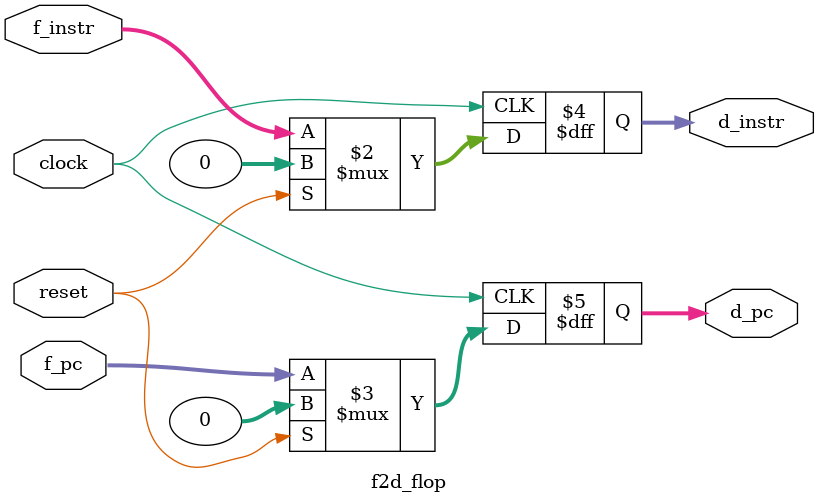
<source format=v>
module f2d_flop
(
    input clock,               // Clock.
    input reset,               // Command to reset all decode stage variables.
    
    input [31:0] f_instr,      // Fetch stage instruction.
    input [31:0] f_pc,         // Fetch stage program counter.
    
    output reg [31:0] d_instr, // Decode stage instruction.
    output reg [31:0] d_pc     // Decode stage program counter.
);

    always @(posedge clock) begin
        d_instr <= (reset) ? 32'b0 : f_instr;
        d_pc    <= (reset) ? 32'b0 : f_pc;
    end

endmodule
</source>
